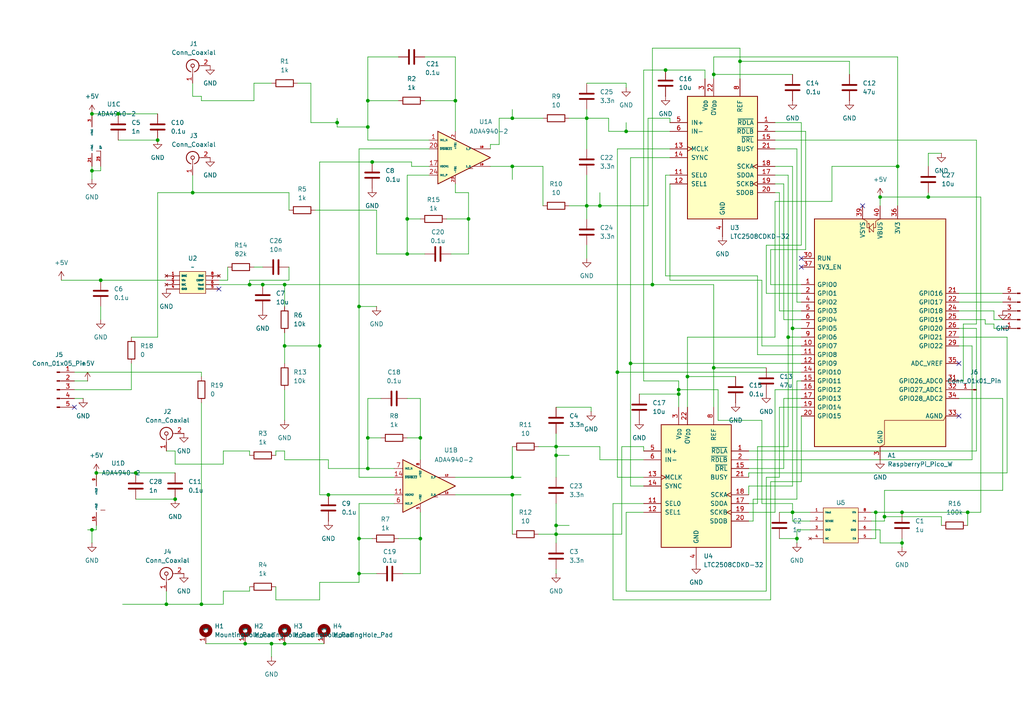
<source format=kicad_sch>
(kicad_sch (version 20250114) (generator "eeschema") (generator_version "9.0")
  (paper "A4")
  (junction (at 27.94 137.16))
  (junction (at 181.61 38.1))
  (junction (at 170.18 59.69))
  (junction (at 106.68 29.21))
  (junction (at 207.01 106.68))
  (junction (at 196.85 114.3))
  (junction (at 26.67 33.02))
  (junction (at 189.23 82.55))
  (junction (at 29.21 81.28))
  (junction (at 76.2 82.55))
  (junction (at 135.89 63.5))
  (junction (at 170.18 34.29))
  (junction (at 148.59 34.29))
  (junction (at 95.25 143.51))
  (junction (at 207.01 21.59))
  (junction (at 148.59 143.51))
  (junction (at 39.37 137.16))
  (junction (at 196.85 113.03))
  (junction (at 106.68 36.83))
  (junction (at 269.24 57.15))
  (junction (at 121.92 127))
  (junction (at 45.72 40.64))
  (junction (at 50.8 144.78))
  (junction (at 261.62 148.59))
  (junction (at 72.39 82.55))
  (junction (at 231.14 156.21))
  (junction (at 107.95 46.99))
  (junction (at 104.14 88.9))
  (junction (at 82.55 186.69))
  (junction (at 255.27 57.15))
  (junction (at 48.26 175.26))
  (junction (at 229.87 95.25))
  (junction (at 132.08 29.21))
  (junction (at 261.62 157.48))
  (junction (at 182.88 105.41))
  (junction (at 229.87 148.59))
  (junction (at 71.12 186.69))
  (junction (at 161.29 132.08))
  (junction (at 260.35 48.26))
  (junction (at 104.14 156.21))
  (junction (at 148.59 138.43))
  (junction (at 106.68 135.89))
  (junction (at 104.14 166.37))
  (junction (at 55.88 55.88))
  (junction (at 26.67 49.53))
  (junction (at 58.42 175.26))
  (junction (at 173.99 59.69))
  (junction (at 82.55 100.33))
  (junction (at 161.29 152.4))
  (junction (at 97.79 35.56))
  (junction (at 92.71 100.33))
  (junction (at 161.29 129.54))
  (junction (at 228.6 97.79))
  (junction (at 78.74 186.69))
  (junction (at 193.04 20.32))
  (junction (at 82.55 82.55))
  (junction (at 34.29 33.02))
  (junction (at 280.67 148.59))
  (junction (at 118.11 63.5))
  (junction (at 254 148.59))
  (junction (at 199.39 109.22))
  (junction (at 106.68 127))
  (junction (at 121.92 156.21))
  (junction (at 148.59 48.26))
  (junction (at 214.63 17.78))
  (junction (at 118.11 73.66))
  (junction (at 26.67 153.67))
  (junction (at 256.54 149.86))
  (junction (at 179.07 107.95))
  (junction (at 161.29 154.94))
  (no_connect (at 232.41 74.93))
  (no_connect (at 250.19 59.69))
  (no_connect (at 232.41 77.47))
  (no_connect (at 21.59 118.11))
  (no_connect (at 63.5 83.82))
  (no_connect (at 278.13 105.41))
  (no_connect (at 278.13 120.65))
  (wire (pts (xy 142.24 41.91) (xy 142.24 43.18)))
  (wire (pts (xy 90.17 35.56) (xy 97.79 35.56)))
  (wire (pts (xy 224.79 148.59) (xy 217.17 148.59)))
  (wire (pts (xy 196.85 113.03) (xy 196.85 114.3)))
  (wire (pts (xy 95.25 143.51) (xy 92.71 143.51)))
  (wire (pts (xy 231.14 87.63) (xy 232.41 87.63)))
  (wire (pts (xy 170.18 50.8) (xy 170.18 59.69)))
  (wire (pts (xy 207.01 16.51) (xy 207.01 21.59)))
  (wire (pts (xy 181.61 38.1) (xy 176.53 38.1)))
  (wire (pts (xy 45.72 55.88) (xy 55.88 55.88)))
  (wire (pts (xy 194.31 38.1) (xy 181.61 38.1)))
  (wire (pts (xy 232.41 113.03) (xy 224.79 113.03)))
  (wire (pts (xy 123.19 29.21) (xy 132.08 29.21)))
  (wire (pts (xy 278.13 100.33) (xy 281.94 100.33)))
  (wire (pts (xy 252.73 153.67) (xy 255.27 153.67)))
  (wire (pts (xy 132.08 16.51) (xy 123.19 16.51)))
  (wire (pts (xy 59.69 186.69) (xy 71.12 186.69)))
  (wire (pts (xy 78.74 24.13) (xy 73.66 24.13)))
  (wire (pts (xy 260.35 48.26) (xy 260.35 59.69)))
  (wire (pts (xy 213.36 109.22) (xy 199.39 109.22)))
  (wire (pts (xy 222.25 106.68) (xy 207.01 106.68)))
  (wire (pts (xy 165.1 59.69) (xy 170.18 59.69)))
  (wire (pts (xy 254 156.21) (xy 254 148.59)))
  (wire (pts (xy 218.44 144.78) (xy 218.44 151.13)))
  (wire (pts (xy 207.01 106.68) (xy 207.01 118.11)))
  (wire (pts (xy 29.21 88.9) (xy 29.21 92.71)))
  (wire (pts (xy 176.53 34.29) (xy 170.18 34.29)))
  (wire (pts (xy 228.6 50.8) (xy 228.6 97.79)))
  (wire (pts (xy 80.01 173.99) (xy 92.71 173.99)))
  (wire (pts (xy 116.84 166.37) (xy 121.92 166.37)))
  (wire (pts (xy 269.24 44.45) (xy 269.24 48.26)))
  (wire (pts (xy 50.8 130.81) (xy 48.26 130.81)))
  (wire (pts (xy 207.01 21.59) (xy 229.87 21.59)))
  (wire (pts (xy 232.41 118.11) (xy 226.06 118.11)))
  (wire (pts (xy 234.95 153.67) (xy 231.14 153.67)))
  (wire (pts (xy 186.69 133.35) (xy 173.99 133.35)))
  (wire (pts (xy 283.21 93.98) (xy 279.4 93.98)))
  (wire (pts (xy 256.54 149.86) (xy 273.05 149.86)))
  (wire (pts (xy 55.88 50.8) (xy 55.88 55.88)))
  (wire (pts (xy 217.17 140.97) (xy 217.17 143.51)))
  (wire (pts (xy 186.69 20.32) (xy 186.69 110.49)))
  (wire (pts (xy 261.62 158.75) (xy 261.62 157.48)))
  (wire (pts (xy 223.52 72.39) (xy 223.52 82.55)))
  (wire (pts (xy 220.98 100.33) (xy 232.41 100.33)))
  (wire (pts (xy 204.47 20.32) (xy 204.47 22.86)))
  (wire (pts (xy 106.68 29.21) (xy 106.68 36.83)))
  (wire (pts (xy 91.44 60.96) (xy 109.22 60.96)))
  (wire (pts (xy 119.38 48.26) (xy 124.46 48.26)))
  (wire (pts (xy 58.42 29.21) (xy 58.42 27.94)))
  (wire (pts (xy 256.54 142.24) (xy 290.83 142.24)))
  (wire (pts (xy 161.29 165.1) (xy 161.29 166.37)))
  (wire (pts (xy 189.23 13.97) (xy 214.63 13.97)))
  (wire (pts (xy 161.29 118.11) (xy 171.45 118.11)))
  (wire (pts (xy 92.71 100.33) (xy 92.71 46.99)))
  (wire (pts (xy 226.06 156.21) (xy 231.14 156.21)))
  (wire (pts (xy 228.6 129.54) (xy 219.71 129.54)))
  (wire (pts (xy 182.88 140.97) (xy 186.69 140.97)))
  (wire (pts (xy 161.29 154.94) (xy 161.29 157.48)))
  (wire (pts (xy 104.14 138.43) (xy 114.3 138.43)))
  (wire (pts (xy 82.55 100.33) (xy 92.71 100.33)))
  (wire (pts (xy 219.71 102.87) (xy 219.71 80.01)))
  (wire (pts (xy 228.6 97.79) (xy 228.6 129.54)))
  (wire (pts (xy 64.77 130.81) (xy 64.77 134.62)))
  (wire (pts (xy 229.87 48.26) (xy 229.87 95.25)))
  (wire (pts (xy 177.8 173.99) (xy 223.52 173.99)))
  (wire (pts (xy 73.66 77.47) (xy 76.2 77.47)))
  (wire (pts (xy 222.25 138.43) (xy 222.25 171.45)))
  (wire (pts (xy 182.88 105.41) (xy 182.88 140.97)))
  (wire (pts (xy 63.5 82.55) (xy 72.39 82.55)))
  (wire (pts (xy 246.38 21.59) (xy 246.38 17.78)))
  (wire (pts (xy 66.04 81.28) (xy 66.04 77.47)))
  (wire (pts (xy 27.94 137.16) (xy 27.94 139.7)))
  (wire (pts (xy 63.5 81.28) (xy 66.04 81.28)))
  (wire (pts (xy 186.69 146.05) (xy 177.8 146.05)))
  (wire (pts (xy 104.14 156.21) (xy 107.95 156.21)))
  (wire (pts (xy 148.59 138.43) (xy 151.13 138.43)))
  (wire (pts (xy 26.67 49.53) (xy 29.21 49.53)))
  (wire (pts (xy 157.48 48.26) (xy 157.48 59.69)))
  (wire (pts (xy 82.55 100.33) (xy 82.55 105.41)))
  (wire (pts (xy 227.33 53.34) (xy 227.33 92.71)))
  (wire (pts (xy 121.92 148.59) (xy 121.92 156.21)))
  (wire (pts (xy 223.52 173.99) (xy 223.52 139.7)))
  (wire (pts (xy 173.99 129.54) (xy 161.29 129.54)))
  (wire (pts (xy 189.23 82.55) (xy 189.23 13.97)))
  (wire (pts (xy 182.88 105.41) (xy 232.41 105.41)))
  (wire (pts (xy 231.14 144.78) (xy 218.44 144.78)))
  (wire (pts (xy 232.41 110.49) (xy 231.14 110.49)))
  (wire (pts (xy 232.41 71.12) (xy 232.41 35.56)))
  (wire (pts (xy 161.29 129.54) (xy 161.29 132.08)))
  (wire (pts (xy 224.79 97.79) (xy 224.79 58.42)))
  (wire (pts (xy 106.68 16.51) (xy 106.68 29.21)))
  (wire (pts (xy 82.55 96.52) (xy 82.55 100.33)))
  (wire (pts (xy 228.6 97.79) (xy 232.41 97.79)))
  (wire (pts (xy 38.1 113.03) (xy 38.1 105.41)))
  (wire (pts (xy 58.42 116.84) (xy 58.42 175.26)))
  (wire (pts (xy 148.59 31.75) (xy 148.59 34.29)))
  (wire (pts (xy 182.88 45.72) (xy 182.88 105.41)))
  (wire (pts (xy 224.79 55.88) (xy 226.06 55.88)))
  (wire (pts (xy 161.29 146.05) (xy 161.29 152.4)))
  (wire (pts (xy 21.59 110.49) (xy 25.4 110.49)))
  (wire (pts (xy 118.11 115.57) (xy 121.92 115.57)))
  (wire (pts (xy 196.85 114.3) (xy 185.42 114.3)))
  (wire (pts (xy 106.68 40.64) (xy 124.46 40.64)))
  (wire (pts (xy 170.18 71.12) (xy 170.18 74.93)))
  (wire (pts (xy 83.82 55.88) (xy 83.82 60.96)))
  (wire (pts (xy 26.67 153.67) (xy 27.94 153.67)))
  (wire (pts (xy 194.31 34.29) (xy 194.31 35.56)))
  (wire (pts (xy 255.27 57.15) (xy 269.24 57.15)))
  (wire (pts (xy 285.75 92.71) (xy 278.13 92.71)))
  (wire (pts (xy 97.79 34.29) (xy 97.79 35.56)))
  (wire (pts (xy 165.1 132.08) (xy 161.29 132.08)))
  (wire (pts (xy 219.71 146.05) (xy 217.17 146.05)))
  (wire (pts (xy 217.17 135.89) (xy 227.33 135.89)))
  (wire (pts (xy 106.68 135.89) (xy 114.3 135.89)))
  (wire (pts (xy 119.38 46.99) (xy 119.38 48.26)))
  (wire (pts (xy 73.66 24.13) (xy 73.66 29.21)))
  (wire (pts (xy 222.25 171.45) (xy 181.61 171.45)))
  (wire (pts (xy 58.42 27.94) (xy 55.88 27.94)))
  (wire (pts (xy 186.69 110.49) (xy 196.85 110.49)))
  (wire (pts (xy 82.55 130.81) (xy 82.55 133.35)))
  (wire (pts (xy 135.89 63.5) (xy 135.89 73.66)))
  (wire (pts (xy 288.29 95.25) (xy 288.29 93.98)))
  (wire (pts (xy 58.42 107.95) (xy 58.42 109.22)))
  (wire (pts (xy 104.14 88.9) (xy 109.22 88.9)))
  (wire (pts (xy 217.17 138.43) (xy 217.17 137.16)))
  (wire (pts (xy 222.25 71.12) (xy 222.25 85.09)))
  (wire (pts (xy 21.59 113.03) (xy 38.1 113.03)))
  (wire (pts (xy 76.2 82.55) (xy 82.55 82.55)))
  (wire (pts (xy 129.54 63.5) (xy 135.89 63.5)))
  (wire (pts (xy 283.21 95.25) (xy 283.21 130.81)))
  (wire (pts (xy 106.68 29.21) (xy 115.57 29.21)))
  (wire (pts (xy 26.67 153.67) (xy 26.67 157.48)))
  (wire (pts (xy 196.85 114.3) (xy 196.85 118.11)))
  (wire (pts (xy 229.87 95.25) (xy 229.87 140.97)))
  (wire (pts (xy 27.94 152.4) (xy 27.94 153.67)))
  (wire (pts (xy 280.67 148.59) (xy 280.67 152.4)))
  (wire (pts (xy 39.37 137.16) (xy 50.8 137.16)))
  (wire (pts (xy 255.27 157.48) (xy 261.62 157.48)))
  (wire (pts (xy 109.22 60.96) (xy 109.22 73.66)))
  (wire (pts (xy 48.26 175.26) (xy 48.26 171.45)))
  (wire (pts (xy 224.79 43.18) (xy 231.14 43.18)))
  (wire (pts (xy 148.59 143.51) (xy 151.13 143.51)))
  (wire (pts (xy 187.96 34.29) (xy 194.31 34.29)))
  (wire (pts (xy 104.14 43.18) (xy 124.46 43.18)))
  (wire (pts (xy 64.77 171.45) (xy 64.77 175.26)))
  (wire (pts (xy 246.38 17.78) (xy 214.63 17.78)))
  (wire (pts (xy 35.56 175.26) (xy 48.26 175.26)))
  (wire (pts (xy 29.21 81.28) (xy 48.26 81.28)))
  (wire (pts (xy 119.38 46.99) (xy 107.95 46.99)))
  (wire (pts (xy 55.88 27.94) (xy 55.88 24.13)))
  (wire (pts (xy 284.48 57.15) (xy 284.48 148.59)))
  (wire (pts (xy 231.14 153.67) (xy 231.14 156.21)))
  (wire (pts (xy 161.29 154.94) (xy 180.34 154.94)))
  (wire (pts (xy 220.98 81.28) (xy 220.98 100.33)))
  (wire (pts (xy 227.33 92.71) (xy 232.41 92.71)))
  (wire (pts (xy 148.59 52.07) (xy 148.59 48.26)))
  (wire (pts (xy 170.18 34.29) (xy 170.18 43.18)))
  (wire (pts (xy 273.05 149.86) (xy 273.05 152.4)))
  (wire (pts (xy 288.29 93.98) (xy 285.75 93.98)))
  (wire (pts (xy 234.95 151.13) (xy 229.87 151.13)))
  (wire (pts (xy 224.79 48.26) (xy 229.87 48.26)))
  (wire (pts (xy 224.79 38.1) (xy 233.68 38.1)))
  (wire (pts (xy 97.79 35.56) (xy 97.79 36.83)))
  (wire (pts (xy 45.72 97.79) (xy 45.72 55.88)))
  (wire (pts (xy 27.94 137.16) (xy 39.37 137.16)))
  (wire (pts (xy 148.59 129.54) (xy 148.59 138.43)))
  (wire (pts (xy 229.87 95.25) (xy 232.41 95.25)))
  (wire (pts (xy 104.14 156.21) (xy 104.14 166.37)))
  (wire (pts (xy 78.74 186.69) (xy 82.55 186.69)))
  (wire (pts (xy 285.75 93.98) (xy 285.75 92.71)))
  (wire (pts (xy 179.07 107.95) (xy 179.07 138.43)))
  (wire (pts (xy 224.79 113.03) (xy 224.79 148.59)))
  (wire (pts (xy 72.39 130.81) (xy 64.77 130.81)))
  (wire (pts (xy 227.33 115.57) (xy 232.41 115.57)))
  (wire (pts (xy 25.4 153.67) (xy 26.67 153.67)))
  (wire (pts (xy 241.3 58.42) (xy 241.3 48.26)))
  (wire (pts (xy 118.11 73.66) (xy 123.19 73.66)))
  (wire (pts (xy 121.92 156.21) (xy 121.92 166.37)))
  (wire (pts (xy 231.14 43.18) (xy 231.14 87.63)))
  (wire (pts (xy 196.85 110.49) (xy 196.85 113.03)))
  (wire (pts (xy 279.4 110.49) (xy 278.13 110.49)))
  (wire (pts (xy 82.55 186.69) (xy 93.98 186.69)))
  (wire (pts (xy 232.41 35.56) (xy 224.79 35.56)))
  (wire (pts (xy 157.48 34.29) (xy 148.59 34.29)))
  (wire (pts (xy 226.06 138.43) (xy 222.25 138.43)))
  (wire (pts (xy 124.46 50.8) (xy 118.11 50.8)))
  (wire (pts (xy 224.79 53.34) (xy 227.33 53.34)))
  (wire (pts (xy 80.01 170.18) (xy 80.01 173.99)))
  (wire (pts (xy 156.21 129.54) (xy 161.29 129.54)))
  (wire (pts (xy 226.06 118.11) (xy 226.06 138.43)))
  (wire (pts (xy 194.31 53.34) (xy 194.31 81.28)))
  (wire (pts (xy 82.55 113.03) (xy 82.55 121.92)))
  (wire (pts (xy 288.29 90.17) (xy 288.29 92.71)))
  (wire (pts (xy 199.39 97.79) (xy 199.39 109.22)))
  (wire (pts (xy 173.99 55.88) (xy 173.99 59.69)))
  (wire (pts (xy 214.63 17.78) (xy 214.63 22.86)))
  (wire (pts (xy 72.39 81.28) (xy 72.39 82.55)))
  (wire (pts (xy 106.68 127) (xy 110.49 127)))
  (wire (pts (xy 106.68 36.83) (xy 106.68 40.64)))
  (wire (pts (xy 165.1 152.4) (xy 161.29 152.4)))
  (wire (pts (xy 232.41 139.7) (xy 232.41 120.65)))
  (wire (pts (xy 208.28 121.92) (xy 220.98 121.92)))
  (wire (pts (xy 176.53 38.1) (xy 176.53 34.29)))
  (wire (pts (xy 290.83 95.25) (xy 288.29 95.25)))
  (wire (pts (xy 208.28 113.03) (xy 208.28 121.92)))
  (wire (pts (xy 226.06 55.88) (xy 226.06 90.17)))
  (wire (pts (xy 222.25 71.12) (xy 232.41 71.12)))
  (wire (pts (xy 58.42 175.26) (xy 64.77 175.26)))
  (wire (pts (xy 226.06 148.59) (xy 229.87 148.59)))
  (wire (pts (xy 220.98 121.92) (xy 220.98 146.05)))
  (wire (pts (xy 223.52 139.7) (xy 232.41 139.7)))
  (wire (pts (xy 83.82 81.28) (xy 72.39 81.28)))
  (wire (pts (xy 261.62 148.59) (xy 280.67 148.59)))
  (wire (pts (xy 130.81 73.66) (xy 135.89 73.66)))
  (wire (pts (xy 71.12 186.69) (xy 78.74 186.69)))
  (wire (pts (xy 104.14 166.37) (xy 109.22 166.37)))
  (wire (pts (xy 231.14 110.49) (xy 231.14 144.78)))
  (wire (pts (xy 104.14 88.9) (xy 104.14 138.43)))
  (wire (pts (xy 106.68 115.57) (xy 106.68 127)))
  (wire (pts (xy 132.08 143.51) (xy 148.59 143.51)))
  (wire (pts (xy 121.92 127) (xy 121.92 133.35)))
  (wire (pts (xy 148.59 48.26) (xy 157.48 48.26)))
  (wire (pts (xy 224.79 58.42) (xy 241.3 58.42)))
  (wire (pts (xy 73.66 29.21) (xy 58.42 29.21)))
  (wire (pts (xy 269.24 55.88) (xy 269.24 57.15)))
  (wire (pts (xy 38.1 97.79) (xy 45.72 97.79)))
  (wire (pts (xy 170.18 59.69) (xy 170.18 63.5)))
  (wire (pts (xy 278.13 90.17) (xy 288.29 90.17)))
  (wire (pts (xy 173.99 59.69) (xy 187.96 59.69)))
  (wire (pts (xy 260.35 16.51) (xy 260.35 48.26)))
  (wire (pts (xy 224.79 40.64) (xy 283.21 40.64)))
  (wire (pts (xy 252.73 148.59) (xy 254 148.59)))
  (wire (pts (xy 278.13 97.79) (xy 292.1 97.79)))
  (wire (pts (xy 109.22 73.66) (xy 118.11 73.66)))
  (wire (pts (xy 179.07 43.18) (xy 179.07 107.95)))
  (wire (pts (xy 80.01 130.81) (xy 82.55 130.81)))
  (wire (pts (xy 179.07 138.43) (xy 186.69 138.43)))
  (wire (pts (xy 241.3 48.26) (xy 260.35 48.26)))
  (wire (pts (xy 256.54 149.86) (xy 256.54 142.24)))
  (wire (pts (xy 280.67 148.59) (xy 284.48 148.59)))
  (wire (pts (xy 254 148.59) (xy 261.62 148.59)))
  (wire (pts (xy 161.29 132.08) (xy 161.29 138.43)))
  (wire (pts (xy 231.14 156.21) (xy 231.14 157.48)))
  (wire (pts (xy 186.69 129.54) (xy 186.69 130.81)))
  (wire (pts (xy 156.21 154.94) (xy 161.29 154.94)))
  (wire (pts (xy 193.04 20.32) (xy 186.69 20.32)))
  (wire (pts (xy 229.87 140.97) (xy 217.17 140.97)))
  (wire (pts (xy 132.08 29.21) (xy 132.08 38.1)))
  (wire (pts (xy 207.01 21.59) (xy 207.01 22.86)))
  (wire (pts (xy 255.27 153.67) (xy 255.27 157.48)))
  (wire (pts (xy 92.71 173.99) (xy 92.71 168.91)))
  (wire (pts (xy 278.13 115.57) (xy 290.83 115.57)))
  (wire (pts (xy 95.25 143.51) (xy 114.3 143.51)))
  (wire (pts (xy 278.13 87.63) (xy 290.83 87.63)))
  (wire (pts (xy 78.74 186.69) (xy 78.74 190.5)))
  (wire (pts (xy 194.31 81.28) (xy 220.98 81.28)))
  (wire (pts (xy 177.8 146.05) (xy 177.8 173.99)))
  (wire (pts (xy 232.41 102.87) (xy 219.71 102.87)))
  (wire (pts (xy 186.69 129.54) (xy 180.34 129.54)))
  (wire (pts (xy 72.39 82.55) (xy 76.2 82.55)))
  (wire (pts (xy 193.04 50.8) (xy 193.04 80.01)))
  (wire (pts (xy 118.11 63.5) (xy 118.11 73.66)))
  (wire (pts (xy 104.14 43.18) (xy 104.14 88.9)))
  (wire (pts (xy 135.89 55.88) (xy 132.08 55.88)))
  (wire (pts (xy 48.26 175.26) (xy 58.42 175.26)))
  (wire (pts (xy 110.49 115.57) (xy 106.68 115.57)))
  (wire (pts (xy 187.96 34.29) (xy 187.96 59.69)))
  (wire (pts (xy 106.68 127) (xy 106.68 135.89)))
  (wire (pts (xy 82.55 133.35) (xy 95.25 133.35)))
  (wire (pts (xy 219.71 80.01) (xy 193.04 80.01)))
  (wire (pts (xy 82.55 82.55) (xy 82.55 88.9)))
  (wire (pts (xy 92.71 46.99) (xy 107.95 46.99)))
  (wire (pts (xy 181.61 35.56) (xy 181.61 38.1)))
  (wire (pts (xy 283.21 40.64) (xy 283.21 93.98)))
  (wire (pts (xy 72.39 170.18) (xy 72.39 171.45)))
  (wire (pts (xy 189.23 82.55) (xy 207.01 82.55)))
  (wire (pts (xy 72.39 130.81) (xy 72.39 132.08)))
  (wire (pts (xy 34.29 40.64) (xy 45.72 40.64)))
  (wire (pts (xy 233.68 72.39) (xy 223.52 72.39)))
  (wire (pts (xy 50.8 134.62) (xy 64.77 134.62)))
  (wire (pts (xy 229.87 151.13) (xy 229.87 148.59)))
  (wire (pts (xy 269.24 57.15) (xy 284.48 57.15)))
  (wire (pts (xy 104.14 146.05) (xy 114.3 146.05)))
  (wire (pts (xy 118.11 63.5) (xy 121.92 63.5)))
  (wire (pts (xy 115.57 156.21) (xy 121.92 156.21)))
  (wire (pts (xy 193.04 20.32) (xy 204.47 20.32)))
  (wire (pts (xy 181.61 171.45) (xy 181.61 148.59)))
  (wire (pts (xy 165.1 34.29) (xy 170.18 34.29)))
  (wire (pts (xy 171.45 118.11) (xy 171.45 119.38)))
  (wire (pts (xy 223.52 82.55) (xy 232.41 82.55)))
  (wire (pts (xy 82.55 82.55) (xy 189.23 82.55)))
  (wire (pts (xy 104.14 166.37) (xy 104.14 168.91)))
  (wire (pts (xy 21.59 107.95) (xy 58.42 107.95)))
  (wire (pts (xy 173.99 133.35) (xy 173.99 129.54)))
  (wire (pts (xy 92.71 168.91) (xy 104.14 168.91)))
  (wire (pts (xy 222.25 85.09) (xy 232.41 85.09)))
  (wire (pts (xy 26.67 49.53) (xy 26.67 52.07)))
  (wire (pts (xy 252.73 151.13) (xy 256.54 151.13)))
  (wire (pts (xy 170.18 31.75) (xy 170.18 34.29)))
  (wire (pts (xy 278.13 95.25) (xy 283.21 95.25)))
  (wire (pts (xy 273.05 44.45) (xy 269.24 44.45)))
  (wire (pts (xy 148.59 143.51) (xy 148.59 154.94)))
  (wire (pts (xy 292.1 137.16) (xy 292.1 97.79)))
  (wire (pts (xy 39.37 144.78) (xy 50.8 144.78)))
  (wire (pts (xy 229.87 148.59) (xy 234.95 148.59)))
  (wire (pts (xy 132.08 16.51) (xy 132.08 29.21)))
  (wire (pts (xy 214.63 13.97) (xy 214.63 17.78)))
  (wire (pts (xy 161.29 125.73) (xy 161.29 129.54)))
  (wire (pts (xy 179.07 107.95) (xy 232.41 107.95)))
  (wire (pts (xy 224.79 50.8) (xy 228.6 50.8)))
  (wire (pts (xy 86.36 24.13) (xy 90.17 24.13)))
  (wire (pts (xy 217.17 133.35) (xy 281.94 133.35)))
  (wire (pts (xy 217.17 137.16) (xy 292.1 137.16)))
  (wire (pts (xy 233.68 38.1) (xy 233.68 72.39)))
  (wire (pts (xy 72.39 171.45) (xy 64.77 171.45)))
  (wire (pts (xy 180.34 129.54) (xy 180.34 154.94)))
  (wire (pts (xy 90.17 24.13) (xy 90.17 35.56)))
  (wire (pts (xy 95.25 135.89) (xy 106.68 135.89)))
  (wire (pts (xy 220.98 146.05) (xy 229.87 146.05)))
  (wire (pts (xy 196.85 113.03) (xy 208.28 113.03)))
  (wire (pts (xy 261.62 157.48) (xy 261.62 156.21)))
  (wire (pts (xy 95.25 133.35) (xy 95.25 135.89)))
  (wire (pts (xy 83.82 77.47) (xy 83.82 81.28)))
  (wire (pts (xy 104.14 146.05) (xy 104.14 156.21)))
  (wire (pts (xy 207.01 82.55) (xy 207.01 106.68)))
  (wire (pts (xy 181.61 24.13) (xy 170.18 24.13)))
  (wire (pts (xy 199.39 109.22) (xy 199.39 118.11)))
  (wire (pts (xy 135.89 55.88) (xy 135.89 63.5)))
  (wire (pts (xy 290.83 142.24) (xy 290.83 115.57)))
  (wire (pts (xy 121.92 115.57) (xy 121.92 127)))
  (wire (pts (xy 132.08 55.88) (xy 132.08 53.34)))
  (wire (pts (xy 118.11 127) (xy 121.92 127)))
  (wire (pts (xy 278.13 85.09) (xy 290.83 85.09)))
  (wire (pts (xy 229.87 146.05) (xy 229.87 148.59)))
  (wire (pts (xy 97.79 36.83) (xy 106.68 36.83)))
  (wire (pts (xy 55.88 55.88) (xy 83.82 55.88)))
  (wire (pts (xy 288.29 92.71) (xy 290.83 92.71)))
  (wire (pts (xy 193.04 50.8) (xy 194.31 50.8)))
  (wire (pts (xy 106.68 16.51) (xy 115.57 16.51)))
  (wire (pts (xy 181.61 25.4) (xy 181.61 24.13)))
  (wire (pts (xy 255.27 59.69) (xy 255.27 57.15)))
  (wire (pts (xy 194.31 43.18) (xy 179.07 43.18)))
  (wire (pts (xy 256.54 151.13) (xy 256.54 149.86)))
  (wire (pts (xy 118.11 50.8) (xy 118.11 63.5)))
  (wire (pts (xy 148.59 34.29) (xy 144.78 34.29)))
  (wire (pts (xy 226.06 90.17) (xy 232.41 90.17)))
  (wire (pts (xy 281.94 133.35) (xy 281.94 100.33)))
  (wire (pts (xy 142.24 48.26) (xy 148.59 48.26)))
  (wire (pts (xy 224.79 97.79) (xy 199.39 97.79)))
  (wire (pts (xy 283.21 130.81) (xy 217.17 130.81)))
  (wire (pts (xy 252.73 156.21) (xy 254 156.21)))
  (wire (pts (xy 161.29 152.4) (xy 161.29 154.94)))
  (wire (pts (xy 144.78 41.91) (xy 142.24 41.91)))
  (wire (pts (xy 26.67 33.02) (xy 34.29 33.02)))
  (wire (pts (xy 34.29 33.02) (xy 45.72 33.02)))
  (wire (pts (xy 21.59 115.57) (xy 24.13 115.57)))
  (wire (pts (xy 80.01 130.81) (xy 80.01 132.08)))
  (wire (pts (xy 260.35 16.51) (xy 207.01 16.51)))
  (wire (pts (xy 50.8 134.62) (xy 50.8 130.81)))
  (wire (pts (xy 132.08 138.43) (xy 148.59 138.43)))
  (wire (pts (xy 29.21 48.26) (xy 29.21 49.53)))
  (wire (pts (xy 194.31 45.72) (xy 182.88 45.72)))
  (wire (pts (xy 26.67 48.26) (xy 26.67 49.53)))
  (wire (pts (xy 279.4 93.98) (xy 279.4 110.49)))
  (wire (pts (xy 186.69 148.59) (xy 181.61 148.59)))
  (wire (pts (xy 219.71 129.54) (xy 219.71 146.05)))
  (wire (pts (xy 227.33 135.89) (xy 227.33 115.57)))
  (wire (pts (xy 170.18 59.69) (xy 173.99 59.69)))
  (wire (pts (xy 217.17 151.13) (xy 218.44 151.13)))
  (wire (pts (xy 92.71 143.51) (xy 92.71 100.33)))
  (wire (pts (xy 17.78 81.28) (xy 29.21 81.28)))
  (wire (pts (xy 144.78 34.29) (xy 144.78 41.91)))
  (symbol (lib_id "Device:C") (at 107.95 50.8 0) (unit 1)
    (property "Reference" "C8" (at 111.76 49.5299 0) (effects (justify left)))
    (property "Value" "0.1u" (at 111.76 52.0699 0) (effects (justify left)))
    (property "Footprint" "Capacitor_SMD:C_0603_1608Metric" (effects (hide yes)))
    (property "Description" "Unpolarized capacitor" (effects (hide yes)))
  )
  (symbol (lib_id "power:GND") (at 107.95 54.61 0) (unit 1)
    (property "Reference" "#PWR010" (effects (hide yes)))
    (property "Value" "GND" (at 107.95 59.69 0))
    (property "Description" "Power symbol creates a global label with name \"GND\" , ground" (effects (hide yes)))
  )
  (symbol (lib_id "Device:R") (at 161.29 59.69 90) (unit 1)
    (property "Reference" "R10" (at 161.29 53.34 90))
    (property "Value" "10" (at 161.29 55.88 90))
    (property "Footprint" "Resistor_SMD:R_0603_1608Metric" (effects (hide yes)))
    (property "Description" "Resistor" (effects (hide yes)))
  )
  (symbol (lib_id "Connector:Conn_01x01_Pin") (at 283.21 113.03 180) (unit 1)
    (property "Reference" "J6" (at 282.575 107.95 0))
    (property "Value" "Conn_01x01_Pin" (at 282.575 110.49 0))
    (property "Footprint" "Connector_PinHeader_2.54mm:PinHeader_1x01_P2.54mm_Vertical" (effects (hide yes)))
    (property "Description" "Generic connector, single row, 01x01, script generated" (effects (hide yes)))
  )
  (symbol (lib_id "Device:C") (at 127 73.66 90) (unit 1)
    (property "Reference" "C20" (at 127 67.31 90))
    (property "Value" "0.1u" (at 127 69.85 90))
    (property "Footprint" "Capacitor_SMD:C_0603_1608Metric" (effects (hide yes)))
    (property "Description" "Unpolarized capacitor" (effects (hide yes)))
  )
  (symbol (lib_id "power:GND") (at 290.83 90.17 0) (unit 1)
    (property "Reference" "#PWR039" (effects (hide yes)))
    (property "Value" "GND" (at 290.83 95.25 0))
    (property "Description" "Power symbol creates a global label with name \"GND\" , ground" (effects (hide yes)))
  )
  (symbol (lib_id "Device:C") (at 161.29 161.29 0) (unit 1)
    (property "Reference" "C3" (at 165.1 160.0199 0) (effects (justify left)))
    (property "Value" "3.3n" (at 165.1 162.5599 0) (effects (justify left)))
    (property "Footprint" "Capacitor_SMD:C_0603_1608Metric" (effects (hide yes)))
    (property "Description" "Unpolarized capacitor" (effects (hide yes)))
  )
  (symbol (lib_id "power:GND") (at 213.36 116.84 0) (unit 1)
    (property "Reference" "#PWR019" (effects (hide yes)))
    (property "Value" "GND" (at 213.36 121.92 0))
    (property "Description" "Power symbol creates a global label with name \"GND\" , ground" (effects (hide yes)))
  )
  (symbol (lib_id "Device:C") (at 39.37 140.97 0) (unit 1)
    (property "Reference" "C28" (at 43.18 139.6999 0) (effects (justify left)))
    (property "Value" "1n" (at 43.18 142.2399 0) (effects (justify left)))
    (property "Footprint" "Capacitor_SMD:C_0603_1608Metric" (effects (hide yes)))
    (property "Description" "Unpolarized capacitor" (effects (hide yes)))
  )
  (symbol (lib_id "power:GND") (at 109.22 88.9 0) (unit 1)
    (property "Reference" "#PWR033" (effects (hide yes)))
    (property "Value" "GND" (at 109.22 93.98 0))
    (property "Description" "Power symbol creates a global label with name \"GND\" , ground" (effects (hide yes)))
  )
  (symbol (lib_id "power:+5V") (at 17.78 81.28 0) (unit 1)
    (property "Reference" "#PWR05" (effects (hide yes)))
    (property "Value" "+5V" (at 17.78 76.2 0))
    (property "Description" "Power symbol creates a global label with name \"+5V\"" (effects (hide yes)))
  )
  (symbol (lib_id "power:GND") (at 161.29 166.37 0) (unit 1)
    (property "Reference" "#PWR026" (effects (hide yes)))
    (property "Value" "GND" (at 161.29 171.45 0))
    (property "Description" "Power symbol creates a global label with name \"GND\" , ground" (effects (hide yes)))
  )
  (symbol (lib_id "Device:C") (at 113.03 166.37 90) (unit 1)
    (property "Reference" "C19" (at 113.03 160.02 90))
    (property "Value" "0.1u" (at 113.03 162.56 90))
    (property "Footprint" "Capacitor_SMD:C_0603_1608Metric" (effects (hide yes)))
    (property "Description" "Unpolarized capacitor" (effects (hide yes)))
  )
  (symbol (lib_id "power:GND") (at 45.72 40.64 0) (unit 1)
    (property "Reference" "#PWR014" (effects (hide yes)))
    (property "Value" "GND" (at 45.72 45.72 0))
    (property "Description" "Power symbol creates a global label with name \"GND\" , ground" (effects (hide yes)))
  )
  (symbol (lib_id "Device:C") (at 80.01 77.47 90) (unit 1)
    (property "Reference" "C26" (at 80.01 69.85 90))
    (property "Value" "10n" (at 80.01 72.39 90))
    (property "Footprint" "Capacitor_SMD:C_0603_1608Metric" (effects (hide yes)))
    (property "Description" "Unpolarized capacitor" (effects (hide yes)))
  )
  (symbol (lib_id "Device:R") (at 276.86 152.4 90) (unit 1)
    (property "Reference" "R16" (at 276.86 146.05 90))
    (property "Value" "100k" (at 276.86 148.59 90))
    (property "Footprint" "Resistor_SMD:R_0603_1608Metric" (effects (hide yes)))
    (property "Description" "Resistor" (effects (hide yes)))
  )
  (symbol (lib_id "power:GND") (at 209.55 68.58 0) (unit 1)
    (property "Reference" "#PWR024" (effects (hide yes)))
    (property "Value" "GND" (at 209.55 73.66 0))
    (property "Description" "Power symbol creates a global label with name \"GND\" , ground" (effects (hide yes)))
  )
  (symbol (lib_id "Device:C") (at 119.38 16.51 90) (unit 1)
    (property "Reference" "C21" (at 125.476 18.542 90))
    (property "Value" "0.1u" (at 125.476 21.082 90))
    (property "Footprint" "Capacitor_SMD:C_0603_1608Metric" (effects (hide yes)))
    (property "Description" "Unpolarized capacitor" (effects (hide yes)))
  )
  (symbol (lib_id "Connector:Conn_Coaxial") (at 48.26 166.37 90) (unit 1)
    (property "Reference" "J4" (at 48.5532 160.02 90))
    (property "Value" "Conn_Coaxial" (at 48.5532 162.56 90))
    (property "Footprint" "Connector_Coaxial:SMA_Amphenol_132289_EdgeMount" (effects (hide yes)))
    (property "Description" "coaxial connector (BNC, SMA, SMB, SMC, Cinch/RCA, LEMO, ...)" (effects (hide yes)))
  )
  (symbol (lib_id "power:GND") (at 185.42 121.92 0) (unit 1)
    (property "Reference" "#PWR022" (effects (hide yes)))
    (property "Value" "GND" (at 185.42 127 0))
    (property "Description" "Power symbol creates a global label with name \"GND\" , ground" (effects (hide yes)))
  )
  (symbol (lib_id "Device:C") (at 193.04 24.13 0) (unit 1)
    (property "Reference" "C16" (at 196.85 22.8599 0) (effects (justify left)))
    (property "Value" "10u" (at 196.85 25.3999 0) (effects (justify left)))
    (property "Footprint" "Capacitor_SMD:C_0603_1608Metric" (effects (hide yes)))
    (property "Description" "Unpolarized capacitor" (effects (hide yes)))
  )
  (symbol (lib_name "Conn_Coaxial_1") (lib_id "Connector:Conn_Coaxial") (at 55.88 19.05 90) (unit 1)
    (property "Reference" "J1" (at 56.1732 12.7 90))
    (property "Value" "Conn_Coaxial" (at 56.1732 15.24 90))
    (property "Footprint" "Connector_Coaxial:SMA_Amphenol_132289_EdgeMount" (effects (hide yes)))
    (property "Description" "coaxial connector (BNC, SMA, SMB, SMC, Cinch/RCA, LEMO, ...)" (effects (hide yes)))
  )
  (symbol (lib_id "power:GND") (at 231.14 157.48 0) (unit 1)
    (property "Reference" "#PWR032" (effects (hide yes)))
    (property "Value" "GND" (at 231.14 162.56 0))
    (property "Description" "Power symbol creates a global label with name \"GND\" , ground" (effects (hide yes)))
  )
  (symbol (lib_id "Device:R") (at 125.73 63.5 90) (unit 1)
    (property "Reference" "R15" (at 125.73 57.912 90))
    (property "Value" "1k" (at 125.73 60.452 90))
    (property "Footprint" "Resistor_SMD:R_0603_1608Metric" (effects (hide yes)))
    (property "Description" "Resistor" (effects (hide yes)))
  )
  (symbol (lib_id "power:GND") (at 171.45 119.38 0) (unit 1)
    (property "Reference" "#PWR02" (effects (hide yes)))
    (property "Value" "GND" (at 171.45 124.46 0))
    (property "Description" "Power symbol creates a global label with name \"GND\" , ground" (effects (hide yes)))
  )
  (symbol (lib_id "power:GND") (at 53.34 166.37 0) (unit 1)
    (property "Reference" "#PWR036" (effects (hide yes)))
    (property "Value" "GND" (at 53.34 171.45 0))
    (property "Description" "Power symbol creates a global label with name \"GND\" , ground" (effects (hide yes)))
  )
  (symbol (lib_id "Analog_ADC:LTC2508CDKD-32") (at 209.55 45.72 0) (unit 1)
    (property "Reference" "U3" (at 211.6933 66.04 0) (effects (justify left)))
    (property "Value" "LTC2508CDKD-32" (at 211.6933 68.58 0) (effects (justify left)))
    (property "Footprint" "Package_DFN_QFN:DFN-24-1EP_4x7mm_P0.5mm_EP2.64x6.44mm" (effects (hide yes)))
    (property "Datasheet" "https://www.analog.com/media/en/technical-documentation/data-sheets/250832fc.pdf" (effects (hide yes)))
    (property "Description" "32-Bit Oversampling ADC with Configurable Digital Filter, 0°C to 70°C, DFN-24 package" (effects (hide yes)))
  )
  (symbol (lib_id "Device:C") (at 261.62 152.4 0) (unit 1)
    (property "Reference" "C1" (at 265.43 151.1299 0) (effects (justify left)))
    (property "Value" "1u" (at 265.43 153.6699 0) (effects (justify left)))
    (property "Footprint" "Capacitor_SMD:C_0603_1608Metric" (effects (hide yes)))
    (property "Description" "Unpolarized capacitor" (effects (hide yes)))
  )
  (symbol (lib_id "Device:C") (at 269.24 52.07 0) (unit 1)
    (property "Reference" "C27" (at 273.05 50.7999 0) (effects (justify left)))
    (property "Value" "10u" (at 273.05 53.3399 0) (effects (justify left)))
    (property "Footprint" "Capacitor_SMD:C_0603_1608Metric" (effects (hide yes)))
    (property "Description" "Unpolarized capacitor" (effects (hide yes)))
  )
  (symbol (lib_id "Device:C") (at 170.18 67.31 0) (unit 1)
    (property "Reference" "C24" (at 173.99 66.0399 0) (effects (justify left)))
    (property "Value" "3.3n" (at 173.99 68.5799 0) (effects (justify left)))
    (property "Footprint" "Capacitor_SMD:C_0603_1608Metric" (effects (hide yes)))
    (property "Description" "Unpolarized capacitor" (effects (hide yes)))
  )
  (symbol (lib_id "Device:C") (at 50.8 140.97 0) (unit 1)
    (property "Reference" "C11" (at 54.61 139.6999 0) (effects (justify left)))
    (property "Value" "0.1u" (at 54.61 142.2399 0) (effects (justify left)))
    (property "Footprint" "Capacitor_SMD:C_0603_1608Metric" (effects (hide yes)))
    (property "Description" "Unpolarized capacitor" (effects (hide yes)))
  )
  (symbol (lib_id "Analog_ADC:LTC2508CDKD-32") (at 201.93 140.97 0) (unit 1)
    (property "Reference" "U4" (at 204.0733 161.29 0) (effects (justify left)))
    (property "Value" "LTC2508CDKD-32" (at 204.0733 163.83 0) (effects (justify left)))
    (property "Footprint" "Package_DFN_QFN:DFN-24-1EP_4x7mm_P0.5mm_EP2.64x6.44mm" (effects (hide yes)))
    (property "Datasheet" "https://www.analog.com/media/en/technical-documentation/data-sheets/250832fc.pdf" (effects (hide yes)))
    (property "Description" "32-Bit Oversampling ADC with Configurable Digital Filter, 0°C to 70°C, DFN-24 package" (effects (hide yes)))
  )
  (symbol (lib_id "power:+5V") (at 27.94 137.16 0) (unit 1)
    (property "Reference" "#PWR013" (effects (hide yes)))
    (property "Value" "+5V" (at 27.94 132.08 0))
    (property "Description" "Power symbol creates a global label with name \"+5V\"" (effects (hide yes)))
  )
  (symbol (lib_id "power:GND") (at 50.8 144.78 0) (unit 1)
    (property "Reference" "#PWR015" (effects (hide yes)))
    (property "Value" "GND" (at 50.8 149.86 0))
    (property "Description" "Power symbol creates a global label with name \"GND\" , ground" (effects (hide yes)))
  )
  (symbol (lib_id "power:+5V") (at 25.4 110.49 0) (unit 1)
    (property "Reference" "#PWR037" (effects (hide yes)))
    (property "Value" "+5V" (at 25.4 105.41 0))
    (property "Description" "Power symbol creates a global label with name \"+5V\"" (effects (hide yes)))
  )
  (symbol (lib_id "Mechanical:MountingHole_Pad") (at 71.12 184.15 0) (unit 1) (exclude_from_sim yes) (in_bom no)
    (property "Reference" "H2" (at 73.66 181.6099 0) (effects (justify left)))
    (property "Value" "MountingHole_Pad" (at 73.66 184.1499 0) (effects (justify left)))
    (property "Footprint" "MountingHole:MountingHole_4.3mm_M4_Pad_Via" (effects (hide yes)))
    (property "Description" "Mounting Hole with connection" (effects (hide yes)))
  )
  (symbol (lib_id "Device:C") (at 29.21 85.09 0) (unit 1)
    (property "Reference" "C6" (at 33.02 83.8199 0) (effects (justify left)))
    (property "Value" "0.1u" (at 33.02 86.3599 0) (effects (justify left)))
    (property "Footprint" "Capacitor_SMD:C_0603_1608Metric" (effects (hide yes)))
    (property "Description" "Unpolarized capacitor" (effects (hide yes)))
  )
  (symbol (lib_name "Conn_Coaxial_2") (lib_id "Connector:Conn_Coaxial") (at 55.88 45.72 90) (unit 1)
    (property "Reference" "J3" (at 56.1732 39.37 90))
    (property "Value" "Conn_Coaxial" (at 56.1732 41.91 90))
    (property "Footprint" "Connector_Coaxial:SMA_Amphenol_132289_EdgeMount" (effects (hide yes)))
    (property "Description" "coaxial connector (BNC, SMA, SMB, SMC, Cinch/RCA, LEMO, ...)" (effects (hide yes)))
  )
  (symbol (lib_id "Device:R") (at 58.42 113.03 0) (unit 1)
    (property "Reference" "R19" (at 60.96 111.7599 0) (effects (justify left)))
    (property "Value" "0" (at 60.96 114.2999 0) (effects (justify left)))
    (property "Footprint" "Resistor_SMD:R_0603_1608Metric" (effects (hide yes)))
    (property "Description" "Resistor" (effects (hide yes)))
  )
  (symbol (lib_id "my_symbols:adr_431") (at 55.88 81.28 0) (unit 1)
    (property "Reference" "U2" (at 55.88 74.93 0))
    (property "Value" "~" (at 55.88 77.47 0))
    (property "Footprint" "Package_SO:SOIC-8_3.9x4.9mm_P1.27mm" (effects (hide yes)))
  )
  (symbol (lib_name "ADA4940-2_3") (lib_id "Amplifier_Difference:ADA4940-2") (at 121.92 140.97 0) (unit 2)
    (property "Reference" "U1" (at 128.778 130.556 0) (effects (justify left)))
    (property "Value" "ADA4940-2" (at 125.984 133.35 0) (effects (justify left)))
    (property "Footprint" "Package_CSP:LFCSP-24-1EP_4x4mm_P0.5mm_EP2.5x2.5mm_ThermalVias" (effects (hide yes)))
    (property "Datasheet" "https://www.analog.com/media/en/technical-documentation/data-sheets/ADA4940-1_4940-2.pdf" (effects (hide yes)))
    (property "Description" "Ultralow Power, Low Distortion, Fully Differential ADC Drivers, Dual-Channel, LFCSP-24" (effects (hide yes)))
  )
  (symbol (lib_id "power:+5V") (at 255.27 57.15 0) (unit 1)
    (property "Reference" "#PWR030" (effects (hide yes)))
    (property "Value" "+5V" (at 255.27 52.07 0))
    (property "Description" "Power symbol creates a global label with name \"+5V\"" (effects (hide yes)))
  )
  (symbol (lib_id "power:GND") (at 26.67 52.07 0) (unit 1)
    (property "Reference" "#PWR03" (effects (hide yes)))
    (property "Value" "GND" (at 26.67 57.15 0))
    (property "Description" "Power symbol creates a global label with name \"GND\" , ground" (effects (hide yes)))
  )
  (symbol (lib_id "Device:R") (at 38.1 101.6 0) (unit 1)
    (property "Reference" "R18" (at 40.64 100.3299 0) (effects (justify left)))
    (property "Value" "0" (at 40.64 102.8699 0) (effects (justify left)))
    (property "Footprint" "Resistor_SMD:R_0603_1608Metric" (effects (hide yes)))
    (property "Description" "Resistor" (effects (hide yes)))
  )
  (symbol (lib_id "Connector:Conn_01x05_Pin") (at 295.91 90.17 180) (unit 1)
    (property "Reference" "J7" (at 297.18 88.8999 0) (effects (justify right)))
    (property "Value" "Conn_01x05_Pin" (at 297.18 91.4399 0) (effects (justify right)))
    (property "Footprint" "Connector_PinHeader_2.54mm:PinHeader_1x05_P2.54mm_Vertical" (effects (hide yes)))
    (property "Description" "Generic connector, single row, 01x05, script generated" (effects (hide yes)))
  )
  (symbol (lib_id "power:GND") (at 26.67 157.48 0) (unit 1)
    (property "Reference" "#PWR04" (effects (hide yes)))
    (property "Value" "GND" (at 26.67 162.56 0))
    (property "Description" "Power symbol creates a global label with name \"GND\" , ground" (effects (hide yes)))
  )
  (symbol (lib_id "power:GND") (at 229.87 29.21 0) (unit 1)
    (property "Reference" "#PWR018" (effects (hide yes)))
    (property "Value" "GND" (at 229.87 34.29 0))
    (property "Description" "Power symbol creates a global label with name \"GND\" , ground" (effects (hide yes)))
  )
  (symbol (lib_id "Device:C") (at 246.38 25.4 0) (unit 1)
    (property "Reference" "C12" (at 250.19 24.1299 0) (effects (justify left)))
    (property "Value" "47u" (at 250.19 26.6699 0) (effects (justify left)))
    (property "Footprint" "Capacitor_SMD:C_1210_3225Metric_Pad1.33x2.70mm_HandSolder" (effects (hide yes)))
    (property "Description" "Unpolarized capacitor" (effects (hide yes)))
  )
  (symbol (lib_id "power:GND") (at 76.2 90.17 0) (unit 1)
    (property "Reference" "#PWR07" (effects (hide yes)))
    (property "Value" "GND" (at 76.2 95.25 0))
    (property "Description" "Power symbol creates a global label with name \"GND\" , ground" (effects (hide yes)))
  )
  (symbol (lib_id "Mechanical:MountingHole_Pad") (at 93.98 184.15 0) (unit 1) (exclude_from_sim yes) (in_bom no)
    (property "Reference" "H4" (at 96.52 181.6099 0) (effects (justify left)))
    (property "Value" "MountingHole_Pad" (at 96.52 184.1499 0) (effects (justify left)))
    (property "Footprint" "MountingHole:MountingHole_4.3mm_M4_Pad_Via" (effects (hide yes)))
    (property "Description" "Mounting Hole with connection" (effects (hide yes)))
  )
  (symbol (lib_id "power:GND") (at 29.21 92.71 0) (unit 1)
    (property "Reference" "#PWR06" (effects (hide yes)))
    (property "Value" "GND" (at 29.21 97.79 0))
    (property "Description" "Power symbol creates a global label with name \"GND\" , ground" (effects (hide yes)))
  )
  (symbol (lib_id "power:GND") (at 246.38 29.21 0) (unit 1)
    (property "Reference" "#PWR016" (effects (hide yes)))
    (property "Value" "GND" (at 246.38 34.29 0))
    (property "Description" "Power symbol creates a global label with name \"GND\" , ground" (effects (hide yes)))
  )
  (symbol (lib_id "Device:C") (at 213.36 113.03 0) (unit 1)
    (property "Reference" "C15" (at 217.17 111.7599 0) (effects (justify left)))
    (property "Value" "0.1u" (at 217.17 114.2999 0) (effects (justify left)))
    (property "Footprint" "Capacitor_SMD:C_0603_1608Metric" (effects (hide yes)))
    (property "Description" "Unpolarized capacitor" (effects (hide yes)))
  )
  (symbol (lib_id "power:GND") (at 60.96 19.05 0) (unit 1)
    (property "Reference" "#PWR027" (effects (hide yes)))
    (property "Value" "GND" (at 60.96 24.13 0))
    (property "Description" "Power symbol creates a global label with name \"GND\" , ground" (effects (hide yes)))
  )
  (symbol (lib_id "power:GND") (at 170.18 74.93 0) (unit 1)
    (property "Reference" "#PWR08" (effects (hide yes)))
    (property "Value" "GND" (at 170.18 80.01 0))
    (property "Description" "Power symbol creates a global label with name \"GND\" , ground" (effects (hide yes)))
  )
  (symbol (lib_id "power:GND") (at 181.61 25.4 0) (unit 1)
    (property "Reference" "#PWR01" (effects (hide yes)))
    (property "Value" "GND" (at 181.61 30.48 0))
    (property "Description" "Power symbol creates a global label with name \"GND\" , ground" (effects (hide yes)))
  )
  (symbol (lib_id "Device:R") (at 76.2 132.08 90) (unit 1)
    (property "Reference" "R3" (at 76.2 125.73 90))
    (property "Value" "1k" (at 76.2 128.27 90))
    (property "Footprint" "Resistor_SMD:R_0603_1608Metric" (effects (hide yes)))
    (property "Description" "Resistor" (effects (hide yes)))
  )
  (symbol (lib_id "Device:C") (at 161.29 142.24 0) (unit 1)
    (property "Reference" "C23" (at 165.1 140.9699 0) (effects (justify left)))
    (property "Value" "3.3n" (at 165.1 143.5099 0) (effects (justify left)))
    (property "Footprint" "Capacitor_SMD:C_0603_1608Metric" (effects (hide yes)))
    (property "Description" "Unpolarized capacitor" (effects (hide yes)))
  )
  (symbol (lib_id "Device:C") (at 114.3 115.57 90) (unit 1)
    (property "Reference" "C18" (at 114.3 107.95 90))
    (property "Value" "0.1u" (at 114.3 110.49 90))
    (property "Footprint" "Capacitor_SMD:C_0603_1608Metric" (effects (hide yes)))
    (property "Description" "Unpolarized capacitor" (effects (hide yes)))
  )
  (symbol (lib_id "Device:R") (at 82.55 109.22 0) (unit 1)
    (property "Reference" "R13" (at 85.09 107.9499 0) (effects (justify left)))
    (property "Value" "10k" (at 85.09 110.4899 0) (effects (justify left)))
    (property "Footprint" "Resistor_SMD:R_0603_1608Metric" (effects (hide yes)))
    (property "Description" "Resistor" (effects (hide yes)))
  )
  (symbol (lib_id "Device:C") (at 161.29 121.92 0) (unit 1)
    (property "Reference" "C4" (at 165.1 120.6499 0) (effects (justify left)))
    (property "Value" "3.3n" (at 165.1 123.1899 0) (effects (justify left)))
    (property "Footprint" "Capacitor_SMD:C_0603_1608Metric" (effects (hide yes)))
    (property "Description" "Unpolarized capacitor" (effects (hide yes)))
  )
  (symbol (lib_id "Device:C") (at 229.87 25.4 0) (unit 1)
    (property "Reference" "C14" (at 233.68 24.1299 0) (effects (justify left)))
    (property "Value" "0.1u" (at 233.68 26.6699 0) (effects (justify left)))
    (property "Footprint" "Capacitor_SMD:C_0603_1608Metric" (effects (hide yes)))
    (property "Description" "Unpolarized capacitor" (effects (hide yes)))
  )
  (symbol (lib_id "Device:C") (at 34.29 36.83 0) (unit 1)
    (property "Reference" "C5" (at 38.1 35.5599 0) (effects (justify left)))
    (property "Value" "1n" (at 38.1 38.0999 0) (effects (justify left)))
    (property "Footprint" "Capacitor_SMD:C_0603_1608Metric" (effects (hide yes)))
    (property "Description" "Unpolarized capacitor" (effects (hide yes)))
  )
  (symbol (lib_id "Device:R") (at 119.38 29.21 90) (unit 1)
    (property "Reference" "R2" (at 119.38 22.86 90))
    (property "Value" "1k" (at 119.38 25.4 90))
    (property "Footprint" "Resistor_SMD:R_0603_1608Metric" (effects (hide yes)))
    (property "Description" "Resistor" (effects (hide yes)))
  )
  (symbol (lib_id "Connector:Conn_Coaxial") (at 48.26 125.73 90) (unit 1)
    (property "Reference" "J2" (at 48.5532 119.38 90))
    (property "Value" "Conn_Coaxial" (at 48.5532 121.92 90))
    (property "Footprint" "Connector_Coaxial:SMA_Amphenol_132289_EdgeMount" (effects (hide yes)))
    (property "Description" "coaxial connector (BNC, SMA, SMB, SMC, Cinch/RCA, LEMO, ...)" (effects (hide yes)))
  )
  (symbol (lib_id "Device:C") (at 76.2 86.36 0) (unit 1)
    (property "Reference" "C7" (at 80.01 85.0899 0) (effects (justify left)))
    (property "Value" "10u" (at 80.01 87.6299 0) (effects (justify left)))
    (property "Footprint" "Capacitor_SMD:C_0603_1608Metric" (effects (hide yes)))
    (property "Description" "Unpolarized capacitor" (effects (hide yes)))
  )
  (symbol (lib_id "Device:C") (at 226.06 152.4 0) (unit 1)
    (property "Reference" "C2" (at 229.87 151.1299 0) (effects (justify left)))
    (property "Value" "1u" (at 229.87 153.6699 0) (effects (justify left)))
    (property "Footprint" "Capacitor_SMD:C_0603_1608Metric" (effects (hide yes)))
    (property "Description" "Unpolarized capacitor" (effects (hide yes)))
  )
  (symbol (lib_id "Device:C") (at 170.18 27.94 0) (unit 1)
    (property "Reference" "C25" (at 173.99 26.6699 0) (effects (justify left)))
    (property "Value" "3.3n" (at 173.99 29.2099 0) (effects (justify left)))
    (property "Footprint" "Capacitor_SMD:C_0603_1608Metric" (effects (hide yes)))
    (property "Description" "Unpolarized capacitor" (effects (hide yes)))
  )
  (symbol (lib_id "Device:C") (at 222.25 110.49 0) (unit 1)
    (property "Reference" "C13" (at 226.06 109.2199 0) (effects (justify left)))
    (property "Value" "47u" (at 226.06 111.7599 0) (effects (justify left)))
    (property "Footprint" "Capacitor_SMD:C_1210_3225Metric_Pad1.33x2.70mm_HandSolder" (effects (hide yes)))
    (property "Description" "Unpolarized capacitor" (effects (hide yes)))
  )
  (symbol (lib_id "my_symbols:adpl42005") (at 243.84 152.4 0) (unit 1)
    (property "Reference" "U5" (at 243.84 145.796 0))
    (property "Value" "~" (at 243.84 146.05 0))
    (property "Footprint" "Package_SO:SOIC-8-1EP_3.9x4.9mm_P1.27mm_EP2.29x3mm" (effects (hide yes)))
  )
  (symbol (lib_id "Device:R") (at 69.85 77.47 90) (unit 1)
    (property "Reference" "R14" (at 69.85 71.12 90))
    (property "Value" "82k" (at 69.85 73.66 90))
    (property "Footprint" "Resistor_SMD:R_0603_1608Metric" (effects (hide yes)))
    (property "Description" "Resistor" (effects (hide yes)))
  )
  (symbol (lib_id "power:GND") (at 60.96 45.72 0) (unit 1)
    (property "Reference" "#PWR029" (effects (hide yes)))
    (property "Value" "GND" (at 60.96 50.8 0))
    (property "Description" "Power symbol creates a global label with name \"GND\" , ground" (effects (hide yes)))
  )
  (symbol (lib_id "power:GND") (at 48.26 83.82 0) (unit 1)
    (property "Reference" "#PWR09" (effects (hide yes)))
    (property "Value" "GND" (at 48.26 88.9 0))
    (property "Description" "Power symbol creates a global label with name \"GND\" , ground" (effects (hide yes)))
  )
  (symbol (lib_id "Device:R") (at 152.4 129.54 90) (unit 1)
    (property "Reference" "R11" (at 152.4 123.19 90))
    (property "Value" "10" (at 152.4 125.73 90))
    (property "Footprint" "Resistor_SMD:R_0603_1608Metric" (effects (hide yes)))
    (property "Description" "Resistor" (effects (hide yes)))
  )
  (symbol (lib_id "power:GND") (at 53.34 125.73 0) (unit 1)
    (property "Reference" "#PWR035" (effects (hide yes)))
    (property "Value" "GND" (at 53.34 130.81 0))
    (property "Description" "Power symbol creates a global label with name \"GND\" , ground" (effects (hide yes)))
  )
  (symbol (lib_id "Device:R") (at 87.63 60.96 90) (unit 1)
    (property "Reference" "R5" (at 87.63 54.864 90))
    (property "Value" "1k" (at 87.63 57.404 90))
    (property "Footprint" "Resistor_SMD:R_0603_1608Metric" (effects (hide yes)))
    (property "Description" "Resistor" (effects (hide yes)))
  )
  (symbol (lib_id "power:GND") (at 255.27 133.35 0) (unit 1)
    (property "Reference" "#PWR034" (effects (hide yes)))
    (property "Value" "GND" (at 255.27 138.43 0))
    (property "Description" "Power symbol creates a global label with name \"GND\" , ground" (effects (hide yes)))
  )
  (symbol (lib_id "Mechanical:MountingHole_Pad") (at 82.55 184.15 0) (unit 1) (exclude_from_sim yes) (in_bom no)
    (property "Reference" "H3" (at 85.09 181.6099 0) (effects (justify left)))
    (property "Value" "MountingHole_Pad" (at 85.09 184.1499 0) (effects (justify left)))
    (property "Footprint" "MountingHole:MountingHole_4.3mm_M4_Pad_Via" (effects (hide yes)))
    (property "Description" "Mounting Hole with connection" (effects (hide yes)))
  )
  (symbol (lib_id "Device:R") (at 82.55 24.13 90) (unit 1)
    (property "Reference" "R1" (at 82.55 17.78 90))
    (property "Value" "1k" (at 82.55 20.32 90))
    (property "Footprint" "Resistor_SMD:R_0603_1608Metric" (effects (hide yes)))
    (property "Description" "Resistor" (effects (hide yes)))
  )
  (symbol (lib_id "Mechanical:MountingHole_Pad") (at 59.69 184.15 0) (unit 1) (exclude_from_sim yes) (in_bom no)
    (property "Reference" "H1" (at 62.23 181.6099 0) (effects (justify left)))
    (property "Value" "MountingHole_Pad" (at 62.23 184.1499 0) (effects (justify left)))
    (property "Footprint" "MountingHole:MountingHole_4.3mm_M4_Pad_Via" (effects (hide yes)))
    (property "Description" "Mounting Hole with connection" (effects (hide yes)))
  )
  (symbol (lib_id "power:GND") (at 24.13 115.57 0) (unit 1)
    (property "Reference" "#PWR038" (effects (hide yes)))
    (property "Value" "GND" (at 24.13 120.65 0))
    (property "Description" "Power symbol creates a global label with name \"GND\" , ground" (effects (hide yes)))
  )
  (symbol (lib_id "Device:R") (at 161.29 34.29 90) (unit 1)
    (property "Reference" "R9" (at 161.29 27.94 90))
    (property "Value" "10" (at 161.29 30.48 90))
    (property "Footprint" "Resistor_SMD:R_0603_1608Metric" (effects (hide yes)))
    (property "Description" "Resistor" (effects (hide yes)))
  )
  (symbol (lib_id "Device:R") (at 152.4 154.94 90) (unit 1)
    (property "Reference" "R12" (at 152.4 148.59 90))
    (property "Value" "10" (at 152.4 151.13 90))
    (property "Footprint" "Resistor_SMD:R_0603_1608Metric" (effects (hide yes)))
    (property "Description" "Resistor" (effects (hide yes)))
  )
  (symbol (lib_id "power:GND") (at 193.04 27.94 0) (unit 1)
    (property "Reference" "#PWR021" (effects (hide yes)))
    (property "Value" "GND" (at 193.04 33.02 0))
    (property "Description" "Power symbol creates a global label with name \"GND\" , ground" (effects (hide yes)))
  )
  (symbol (lib_id "Device:C") (at 95.25 147.32 0) (unit 1)
    (property "Reference" "C9" (at 99.06 146.0499 0) (effects (justify left)))
    (property "Value" "0.1u" (at 99.06 148.5899 0) (effects (justify left)))
    (property "Footprint" "Capacitor_SMD:C_0603_1608Metric" (effects (hide yes)))
    (property "Description" "Unpolarized capacitor" (effects (hide yes)))
  )
  (symbol (lib_id "Device:C") (at 45.72 36.83 0) (unit 1)
    (property "Reference" "C10" (at 49.53 35.5599 0) (effects (justify left)))
    (property "Value" "0.1u" (at 49.53 38.0999 0) (effects (justify left)))
    (property "Footprint" "Capacitor_SMD:C_0603_1608Metric" (effects (hide yes)))
    (property "Description" "Unpolarized capacitor" (effects (hide yes)))
  )
  (symbol (lib_name "ADA4940-2_2") (lib_id "Amplifier_Difference:ADA4940-2") (at 25.4 144.78 0) (unit 4)
    (property "Reference" "U1" (at 32.258 134.366 0) (effects (justify left)))
    (property "Value" "ADA4940-2" (at 29.464 137.16 0) (effects (justify left)))
    (property "Footprint" "Package_CSP:LFCSP-24-1EP_4x4mm_P0.5mm_EP2.5x2.5mm_ThermalVias" (effects (hide yes)))
    (property "Datasheet" "https://www.analog.com/media/en/technical-documentation/data-sheets/ADA4940-1_4940-2.pdf" (effects (hide yes)))
    (property "Description" "Ultralow Power, Low Distortion, Fully Differential ADC Drivers, Dual-Channel, LFCSP-24" (effects (hide yes)))
  )
  (symbol (lib_id "Connector:Conn_01x05_Pin") (at 16.51 113.03 0) (unit 1)
    (property "Reference" "J5" (at 17.145 102.87 0))
    (property "Value" "Conn_01x05_Pin" (at 17.145 105.41 0))
    (property "Footprint" "Connector_PinHeader_2.54mm:PinHeader_1x05_P2.54mm_Horizontal" (effects (hide yes)))
    (property "Description" "Generic connector, single row, 01x05, script generated" (effects (hide yes)))
  )
  (symbol (lib_id "power:GND") (at 273.05 44.45 0) (unit 1)
    (property "Reference" "#PWR023" (effects (hide yes)))
    (property "Value" "GND" (at 273.05 49.53 0))
    (property "Description" "Power symbol creates a global label with name \"GND\" , ground" (effects (hide yes)))
  )
  (symbol (lib_id "power:GND") (at 201.93 163.83 0) (unit 1)
    (property "Reference" "#PWR025" (effects (hide yes)))
    (property "Value" "GND" (at 201.93 168.91 0))
    (property "Description" "Power symbol creates a global label with name \"GND\" , ground" (effects (hide yes)))
  )
  (symbol (lib_id "Device:C") (at 170.18 46.99 0) (unit 1)
    (property "Reference" "C22" (at 173.99 45.7199 0) (effects (justify left)))
    (property "Value" "3.3n" (at 173.99 48.2599 0) (effects (justify left)))
    (property "Footprint" "Capacitor_SMD:C_0603_1608Metric" (effects (hide yes)))
    (property "Description" "Unpolarized capacitor" (effects (hide yes)))
  )
  (symbol (lib_name "ADA4940-2_1") (lib_id "Amplifier_Difference:ADA4940-2") (at 24.13 40.64 0) (unit 3)
    (property "Reference" "U1" (at 30.988 30.226 0) (effects (justify left)))
    (property "Value" "ADA4940-2" (at 28.194 33.02 0) (effects (justify left)))
    (property "Footprint" "Package_CSP:LFCSP-24-1EP_4x4mm_P0.5mm_EP2.5x2.5mm_ThermalVias" (effects (hide yes)))
    (property "Datasheet" "https://www.analog.com/media/en/technical-documentation/data-sheets/ADA4940-1_4940-2.pdf" (effects (hide yes)))
    (property "Description" "Ultralow Power, Low Distortion, Fully Differential ADC Drivers, Dual-Channel, LFCSP-24" (effects (hide yes)))
  )
  (symbol (lib_id "Device:R") (at 82.55 92.71 0) (unit 1)
    (property "Reference" "R6" (at 85.09 91.4399 0) (effects (justify left)))
    (property "Value" "10k" (at 85.09 93.9799 0) (effects (justify left)))
    (property "Footprint" "Resistor_SMD:R_0603_1608Metric" (effects (hide yes)))
    (property "Description" "Resistor" (effects (hide yes)))
  )
  (symbol (lib_id "Device:C") (at 185.42 118.11 0) (unit 1)
    (property "Reference" "C17" (at 189.23 116.8399 0) (effects (justify left)))
    (property "Value" "10u" (at 189.23 119.3799 0) (effects (justify left)))
    (property "Footprint" "Capacitor_SMD:C_0603_1608Metric" (effects (hide yes)))
    (property "Description" "Unpolarized capacitor" (effects (hide yes)))
  )
  (symbol (lib_id "power:GND") (at 261.62 158.75 0) (unit 1)
    (property "Reference" "#PWR031" (effects (hide yes)))
    (property "Value" "GND" (at 261.62 163.83 0))
    (property "Description" "Power symbol creates a global label with name \"GND\" , ground" (effects (hide yes)))
  )
  (symbol (lib_id "Amplifier_Difference:ADA4940-2") (at 132.08 45.72 0) (unit 1)
    (property "Reference" "U1" (at 138.938 35.306 0) (effects (justify left)))
    (property "Value" "ADA4940-2" (at 136.144 38.1 0) (effects (justify left)))
    (property "Footprint" "Package_CSP:LFCSP-24-1EP_4x4mm_P0.5mm_EP2.5x2.5mm_ThermalVias" (effects (hide yes)))
    (property "Datasheet" "https://www.analog.com/media/en/technical-documentation/data-sheets/ADA4940-1_4940-2.pdf" (effects (hide yes)))
    (property "Description" "Ultralow Power, Low Distortion, Fully Differential ADC Drivers, Dual-Channel, LFCSP-24" (effects (hide yes)))
  )
  (symbol (lib_id "power:GND") (at 78.74 190.5 0) (unit 1)
    (property "Reference" "#PWR020" (effects (hide yes)))
    (property "Value" "GND" (at 78.74 195.58 0))
    (property "Description" "Power symbol creates a global label with name \"GND\" , ground" (effects (hide yes)))
  )
  (symbol (lib_id "power:GND") (at 82.55 121.92 0) (unit 1)
    (property "Reference" "#PWR028" (effects (hide yes)))
    (property "Value" "GND" (at 82.55 127 0))
    (property "Description" "Power symbol creates a global label with name \"GND\" , ground" (effects (hide yes)))
  )
  (symbol (lib_id "MCU_Module:RaspberryPi_Pico_W") (at 255.27 97.79 0) (unit 1)
    (property "Reference" "A1" (at 257.4133 132.08 0) (effects (justify left)))
    (property "Value" "RaspberryPi_Pico_W" (at 257.4133 134.62 0) (effects (justify left)))
    (property "Footprint" "Module:RaspberryPi_Pico_Common_THT" (effects (hide yes)))
    (property "Datasheet" "https://datasheets.raspberrypi.com/picow/pico-w-datasheet.pdf" (effects (hide yes)))
    (property "Description" "Versatile and inexpensive wireless microcontroller module powered by RP2040 dual-core Arm Cortex-M0+ processor up to 133 MHz, 264kB SRAM, 2MB QSPI flash, Infineon CYW43439 2.4GHz 802.11n wireless LAN; also supports Raspberry Pi Pico 2 W" (effects (hide yes)))
  )
  (symbol (lib_id "Device:R") (at 114.3 127 90) (unit 1)
    (property "Reference" "R8" (at 114.3 120.65 90))
    (property "Value" "1k" (at 114.3 123.19 90))
    (property "Footprint" "Resistor_SMD:R_0603_1608Metric" (effects (hide yes)))
    (property "Description" "Resistor" (effects (hide yes)))
  )
  (symbol (lib_id "Device:R") (at 76.2 170.18 90) (unit 1)
    (property "Reference" "R4" (at 76.2 163.83 90))
    (property "Value" "1k" (at 76.2 166.37 90))
    (property "Footprint" "Resistor_SMD:R_0603_1608Metric" (effects (hide yes)))
    (property "Description" "Resistor" (effects (hide yes)))
  )
  (symbol (lib_id "power:GND") (at 222.25 114.3 0) (unit 1)
    (property "Reference" "#PWR017" (effects (hide yes)))
    (property "Value" "GND" (at 222.25 119.38 0))
    (property "Description" "Power symbol creates a global label with name \"GND\" , ground" (effects (hide yes)))
  )
  (symbol (lib_id "power:GND") (at 95.25 151.13 0) (unit 1)
    (property "Reference" "#PWR011" (effects (hide yes)))
    (property "Value" "GND" (at 95.25 156.21 0))
    (property "Description" "Power symbol creates a global label with name \"GND\" , ground" (effects (hide yes)))
  )
  (symbol (lib_id "power:+5V") (at 26.67 33.02 0) (unit 1)
    (property "Reference" "#PWR012" (effects (hide yes)))
    (property "Value" "+5V" (at 26.67 27.94 0))
    (property "Description" "Power symbol creates a global label with name \"+5V\"" (effects (hide yes)))
  )
  (symbol (lib_id "Device:R") (at 111.76 156.21 90) (unit 1)
    (property "Reference" "R7" (at 111.76 150.622 90))
    (property "Value" "1k" (at 111.76 153.162 90))
    (property "Footprint" "Resistor_SMD:R_0603_1608Metric" (effects (hide yes)))
    (property "Description" "Resistor" (effects (hide yes)))
  )
)
</source>
